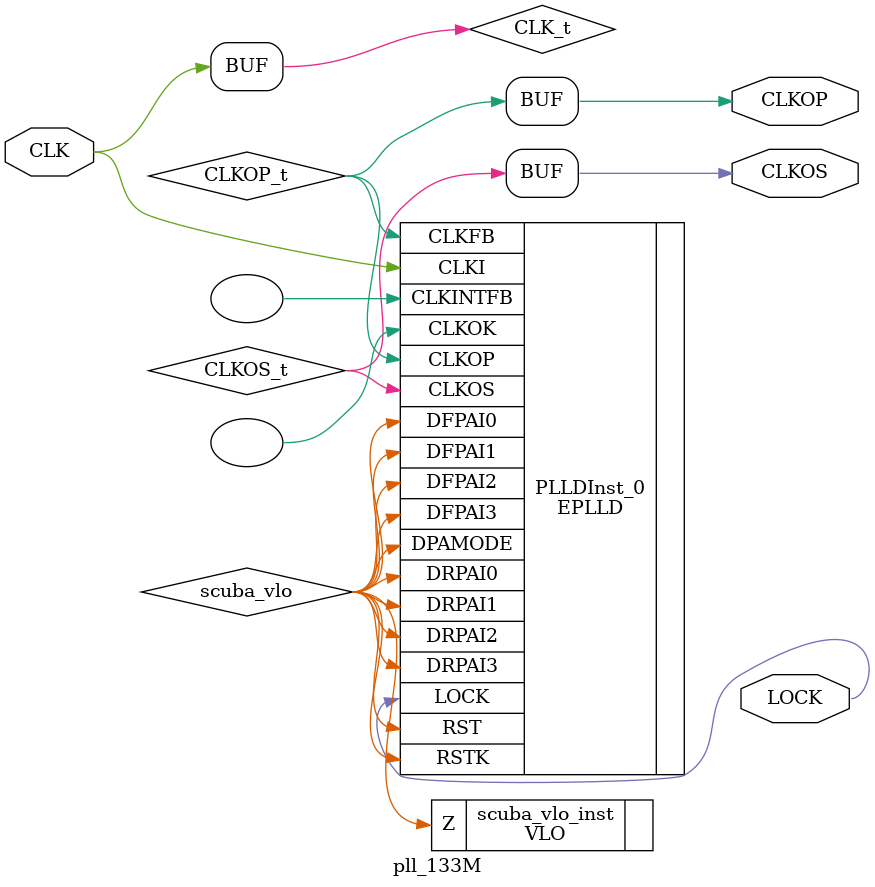
<source format=v>
/* Verilog netlist generated by SCUBA Diamond (64-bit) 3.11.3.469 */
/* Module Version: 5.7 */
/* C:\lscc\diamond\3.11_x64\ispfpga\bin\nt64\scuba.exe -w -n pll_133M -lang verilog -synth synplify -arch ep5a00 -type pll -fin 100 -phase_cntl STATIC -fclkop 133 -fclkop_tol 0.5 -delay_cntl AUTO_NO_DELAY -fb_mode CLOCKTREE -extcap DISABLED -phaseadj 90.0 -duty 8 -noclkok -norst  */
/* Mon Jul 05 16:27:48 2021 */


`timescale 1 ns / 1 ps
module pll_133M (CLK, CLKOP, CLKOS, LOCK)/* synthesis NGD_DRC_MASK=1 */;
    input wire CLK;
    output wire CLKOP;
    output wire CLKOS;
    output wire LOCK;

    wire CLKOS_t;
    wire CLKOP_t;
    wire scuba_vlo;
    wire CLK_t;

    VLO scuba_vlo_inst (.Z(scuba_vlo));

    // synopsys translate_off
    defparam PLLDInst_0.PLLCAP = "DISABLED" ;
    defparam PLLDInst_0.CLKOK_BYPASS = "DISABLED" ;
    defparam PLLDInst_0.CLKOK_DIV = 2 ;
    defparam PLLDInst_0.CLKOS_BYPASS = "DISABLED" ;
    defparam PLLDInst_0.CLKOP_BYPASS = "DISABLED" ;
    defparam PLLDInst_0.PHASE_CNTL = "STATIC" ;
    defparam PLLDInst_0.DUTY = 8 ;
    defparam PLLDInst_0.PHASEADJ = "90.0" ;
    defparam PLLDInst_0.CLKOP_DIV = 8 ;
    defparam PLLDInst_0.CLKFB_DIV = 4 ;
    defparam PLLDInst_0.CLKI_DIV = 3 ;
    // synopsys translate_on
    EPLLD PLLDInst_0 (.CLKI(CLK_t), .CLKFB(CLKOP_t), .RST(scuba_vlo), .RSTK(scuba_vlo), 
        .DPAMODE(scuba_vlo), .DRPAI3(scuba_vlo), .DRPAI2(scuba_vlo), .DRPAI1(scuba_vlo), 
        .DRPAI0(scuba_vlo), .DFPAI3(scuba_vlo), .DFPAI2(scuba_vlo), .DFPAI1(scuba_vlo), 
        .DFPAI0(scuba_vlo), .CLKOP(CLKOP_t), .CLKOS(CLKOS_t), .CLKOK(), 
        .LOCK(LOCK), .CLKINTFB())
             /* synthesis PLLCAP="DISABLED" */
             /* synthesis PLLTYPE="AUTO" */
             /* synthesis CLKOK_BYPASS="DISABLED" */
             /* synthesis CLKOK_DIV="2" */
             /* synthesis CLKOS_BYPASS="DISABLED" */
             /* synthesis FREQUENCY_PIN_CLKOS="133.333333" */
             /* synthesis FREQUENCY_PIN_CLKOP="133.333333" */
             /* synthesis CLKOP_BYPASS="DISABLED" */
             /* synthesis PHASE_CNTL="STATIC" */
             /* synthesis FDEL="0" */
             /* synthesis DUTY="8" */
             /* synthesis PHASEADJ="90.0" */
             /* synthesis FREQUENCY_PIN_CLKI="100.000000" */
             /* synthesis CLKOP_DIV="8" */
             /* synthesis CLKFB_DIV="4" */
             /* synthesis CLKI_DIV="3" */
             /* synthesis FIN="100.000000" */;

    assign CLKOS = CLKOS_t;
    assign CLKOP = CLKOP_t;
    assign CLK_t = CLK;


    // exemplar begin
    // exemplar attribute PLLDInst_0 PLLCAP DISABLED
    // exemplar attribute PLLDInst_0 PLLTYPE AUTO
    // exemplar attribute PLLDInst_0 CLKOK_BYPASS DISABLED
    // exemplar attribute PLLDInst_0 CLKOK_DIV 2
    // exemplar attribute PLLDInst_0 CLKOS_BYPASS DISABLED
    // exemplar attribute PLLDInst_0 FREQUENCY_PIN_CLKOS 133.333333
    // exemplar attribute PLLDInst_0 FREQUENCY_PIN_CLKOP 133.333333
    // exemplar attribute PLLDInst_0 CLKOP_BYPASS DISABLED
    // exemplar attribute PLLDInst_0 PHASE_CNTL STATIC
    // exemplar attribute PLLDInst_0 FDEL 0
    // exemplar attribute PLLDInst_0 DUTY 8
    // exemplar attribute PLLDInst_0 PHASEADJ 90.0
    // exemplar attribute PLLDInst_0 FREQUENCY_PIN_CLKI 100.000000
    // exemplar attribute PLLDInst_0 CLKOP_DIV 8
    // exemplar attribute PLLDInst_0 CLKFB_DIV 4
    // exemplar attribute PLLDInst_0 CLKI_DIV 3
    // exemplar attribute PLLDInst_0 FIN 100.000000
    // exemplar end

endmodule

</source>
